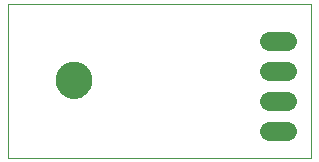
<source format=gbs>
G75*
G70*
%OFA0B0*%
%FSLAX24Y24*%
%IPPOS*%
%LPD*%
%AMOC8*
5,1,8,0,0,1.08239X$1,22.5*
%
%ADD10C,0.0000*%
%ADD11C,0.0640*%
%ADD12C,0.1221*%
D10*
X000101Y000381D02*
X000101Y005527D01*
X010221Y005527D01*
X010221Y000381D01*
X000101Y000381D01*
X001710Y002981D02*
X001712Y003029D01*
X001718Y003077D01*
X001728Y003124D01*
X001741Y003170D01*
X001759Y003215D01*
X001779Y003259D01*
X001804Y003301D01*
X001832Y003340D01*
X001862Y003377D01*
X001896Y003411D01*
X001933Y003443D01*
X001971Y003472D01*
X002012Y003497D01*
X002055Y003519D01*
X002100Y003537D01*
X002146Y003551D01*
X002193Y003562D01*
X002241Y003569D01*
X002289Y003572D01*
X002337Y003571D01*
X002385Y003566D01*
X002433Y003557D01*
X002479Y003545D01*
X002524Y003528D01*
X002568Y003508D01*
X002610Y003485D01*
X002650Y003458D01*
X002688Y003428D01*
X002723Y003395D01*
X002755Y003359D01*
X002785Y003321D01*
X002811Y003280D01*
X002833Y003237D01*
X002853Y003193D01*
X002868Y003148D01*
X002880Y003101D01*
X002888Y003053D01*
X002892Y003005D01*
X002892Y002957D01*
X002888Y002909D01*
X002880Y002861D01*
X002868Y002814D01*
X002853Y002769D01*
X002833Y002725D01*
X002811Y002682D01*
X002785Y002641D01*
X002755Y002603D01*
X002723Y002567D01*
X002688Y002534D01*
X002650Y002504D01*
X002610Y002477D01*
X002568Y002454D01*
X002524Y002434D01*
X002479Y002417D01*
X002433Y002405D01*
X002385Y002396D01*
X002337Y002391D01*
X002289Y002390D01*
X002241Y002393D01*
X002193Y002400D01*
X002146Y002411D01*
X002100Y002425D01*
X002055Y002443D01*
X002012Y002465D01*
X001971Y002490D01*
X001933Y002519D01*
X001896Y002551D01*
X001862Y002585D01*
X001832Y002622D01*
X001804Y002661D01*
X001779Y002703D01*
X001759Y002747D01*
X001741Y002792D01*
X001728Y002838D01*
X001718Y002885D01*
X001712Y002933D01*
X001710Y002981D01*
D11*
X008801Y003281D02*
X009401Y003281D01*
X009401Y004281D02*
X008801Y004281D01*
X008801Y002281D02*
X009401Y002281D01*
X009401Y001281D02*
X008801Y001281D01*
D12*
X002301Y002981D03*
M02*

</source>
